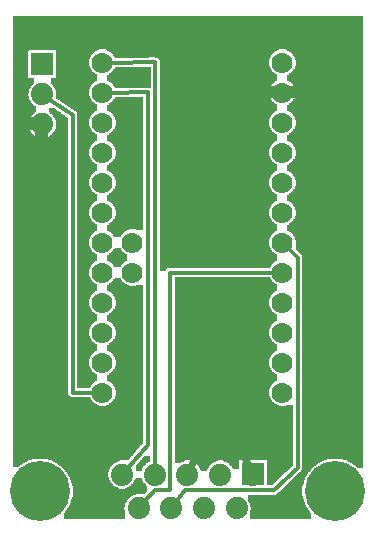
<source format=gtl>
G04 MADE WITH FRITZING*
G04 WWW.FRITZING.ORG*
G04 DOUBLE SIDED*
G04 HOLES PLATED*
G04 CONTOUR ON CENTER OF CONTOUR VECTOR*
%ASAXBY*%
%FSLAX23Y23*%
%MOIN*%
%OFA0B0*%
%SFA1.0B1.0*%
%ADD10C,0.075000*%
%ADD11C,0.074000*%
%ADD12C,0.200000*%
%ADD13C,0.070000*%
%ADD14C,0.012000*%
%ADD15C,0.024000*%
%ADD16R,0.001000X0.001000*%
%LNCOPPER1*%
G90*
G70*
G54D10*
X1023Y1633D03*
X420Y1311D03*
X655Y767D03*
G54D11*
X841Y188D03*
X732Y188D03*
X623Y188D03*
X514Y188D03*
X405Y188D03*
X787Y76D03*
X677Y76D03*
X569Y76D03*
X460Y76D03*
G54D12*
X1115Y132D03*
X131Y132D03*
G54D11*
X841Y188D03*
X732Y188D03*
X623Y188D03*
X514Y188D03*
X405Y188D03*
X787Y76D03*
X677Y76D03*
X569Y76D03*
X460Y76D03*
G54D12*
X1115Y132D03*
X131Y132D03*
G54D13*
X339Y761D03*
X939Y961D03*
X339Y1561D03*
X939Y1361D03*
X939Y561D03*
X339Y1161D03*
X939Y1561D03*
X939Y1161D03*
X939Y761D03*
X439Y961D03*
X339Y1361D03*
X339Y961D03*
X339Y561D03*
X939Y1461D03*
X939Y1261D03*
X939Y1061D03*
X939Y861D03*
X939Y661D03*
X939Y461D03*
X439Y861D03*
X339Y1461D03*
X339Y1261D03*
X339Y1061D03*
X339Y861D03*
X339Y661D03*
X339Y461D03*
G54D11*
X139Y1555D03*
X139Y1455D03*
X139Y1355D03*
X139Y1555D03*
X139Y1455D03*
X139Y1355D03*
G54D14*
X615Y137D02*
X913Y137D01*
D02*
X584Y96D02*
X615Y137D01*
D02*
X913Y137D02*
X990Y211D01*
D02*
X990Y910D02*
X957Y943D01*
D02*
X990Y211D02*
X990Y910D01*
D02*
X564Y137D02*
X564Y861D01*
D02*
X564Y861D02*
X914Y861D01*
D02*
X477Y95D02*
X515Y137D01*
D02*
X515Y137D02*
X564Y137D01*
D02*
X514Y213D02*
X515Y1562D01*
D02*
X515Y1562D02*
X365Y1561D01*
D02*
X490Y286D02*
X425Y211D01*
D02*
X365Y1461D02*
X490Y1462D01*
D02*
X490Y1462D02*
X490Y286D01*
D02*
X240Y1385D02*
X165Y1437D01*
D02*
X240Y461D02*
X240Y1385D01*
D02*
X308Y461D02*
X240Y461D01*
G54D15*
D02*
X664Y286D02*
X790Y286D01*
D02*
X790Y286D02*
X827Y215D01*
D02*
X635Y216D02*
X664Y286D01*
G36*
X40Y1715D02*
X40Y1605D01*
X950Y1605D01*
X950Y1603D01*
X956Y1603D01*
X956Y1601D01*
X960Y1601D01*
X960Y1599D01*
X962Y1599D01*
X962Y1597D01*
X966Y1597D01*
X966Y1595D01*
X968Y1595D01*
X968Y1593D01*
X970Y1593D01*
X970Y1591D01*
X972Y1591D01*
X972Y1589D01*
X974Y1589D01*
X974Y1587D01*
X976Y1587D01*
X976Y1583D01*
X978Y1583D01*
X978Y1581D01*
X980Y1581D01*
X980Y1577D01*
X982Y1577D01*
X982Y1571D01*
X984Y1571D01*
X984Y1551D01*
X982Y1551D01*
X982Y1545D01*
X980Y1545D01*
X980Y1541D01*
X978Y1541D01*
X978Y1539D01*
X976Y1539D01*
X976Y1535D01*
X974Y1535D01*
X974Y1533D01*
X972Y1533D01*
X972Y1531D01*
X970Y1531D01*
X970Y1529D01*
X968Y1529D01*
X968Y1527D01*
X966Y1527D01*
X966Y1525D01*
X962Y1525D01*
X962Y1523D01*
X960Y1523D01*
X960Y1521D01*
X956Y1521D01*
X956Y1501D01*
X960Y1501D01*
X960Y1499D01*
X962Y1499D01*
X962Y1497D01*
X966Y1497D01*
X966Y1495D01*
X968Y1495D01*
X968Y1493D01*
X970Y1493D01*
X970Y1491D01*
X972Y1491D01*
X972Y1489D01*
X974Y1489D01*
X974Y1487D01*
X976Y1487D01*
X976Y1483D01*
X978Y1483D01*
X978Y1481D01*
X980Y1481D01*
X980Y1477D01*
X982Y1477D01*
X982Y1471D01*
X984Y1471D01*
X984Y1451D01*
X982Y1451D01*
X982Y1445D01*
X980Y1445D01*
X980Y1441D01*
X978Y1441D01*
X978Y1439D01*
X976Y1439D01*
X976Y1435D01*
X974Y1435D01*
X974Y1433D01*
X972Y1433D01*
X972Y1431D01*
X970Y1431D01*
X970Y1429D01*
X968Y1429D01*
X968Y1427D01*
X966Y1427D01*
X966Y1425D01*
X962Y1425D01*
X962Y1423D01*
X960Y1423D01*
X960Y1421D01*
X956Y1421D01*
X956Y1401D01*
X960Y1401D01*
X960Y1399D01*
X962Y1399D01*
X962Y1397D01*
X966Y1397D01*
X966Y1395D01*
X968Y1395D01*
X968Y1393D01*
X970Y1393D01*
X970Y1391D01*
X972Y1391D01*
X972Y1389D01*
X974Y1389D01*
X974Y1387D01*
X976Y1387D01*
X976Y1383D01*
X978Y1383D01*
X978Y1381D01*
X980Y1381D01*
X980Y1377D01*
X982Y1377D01*
X982Y1371D01*
X984Y1371D01*
X984Y1351D01*
X982Y1351D01*
X982Y1345D01*
X980Y1345D01*
X980Y1341D01*
X978Y1341D01*
X978Y1339D01*
X976Y1339D01*
X976Y1335D01*
X974Y1335D01*
X974Y1333D01*
X972Y1333D01*
X972Y1331D01*
X970Y1331D01*
X970Y1329D01*
X968Y1329D01*
X968Y1327D01*
X966Y1327D01*
X966Y1325D01*
X962Y1325D01*
X962Y1323D01*
X960Y1323D01*
X960Y1321D01*
X956Y1321D01*
X956Y1301D01*
X960Y1301D01*
X960Y1299D01*
X962Y1299D01*
X962Y1297D01*
X966Y1297D01*
X966Y1295D01*
X968Y1295D01*
X968Y1293D01*
X970Y1293D01*
X970Y1291D01*
X972Y1291D01*
X972Y1289D01*
X974Y1289D01*
X974Y1287D01*
X976Y1287D01*
X976Y1283D01*
X978Y1283D01*
X978Y1281D01*
X980Y1281D01*
X980Y1277D01*
X982Y1277D01*
X982Y1271D01*
X984Y1271D01*
X984Y1251D01*
X982Y1251D01*
X982Y1245D01*
X980Y1245D01*
X980Y1241D01*
X978Y1241D01*
X978Y1239D01*
X976Y1239D01*
X976Y1235D01*
X974Y1235D01*
X974Y1233D01*
X972Y1233D01*
X972Y1231D01*
X970Y1231D01*
X970Y1229D01*
X968Y1229D01*
X968Y1227D01*
X966Y1227D01*
X966Y1225D01*
X962Y1225D01*
X962Y1223D01*
X960Y1223D01*
X960Y1221D01*
X956Y1221D01*
X956Y1201D01*
X960Y1201D01*
X960Y1199D01*
X962Y1199D01*
X962Y1197D01*
X966Y1197D01*
X966Y1195D01*
X968Y1195D01*
X968Y1193D01*
X970Y1193D01*
X970Y1191D01*
X972Y1191D01*
X972Y1189D01*
X974Y1189D01*
X974Y1187D01*
X976Y1187D01*
X976Y1183D01*
X978Y1183D01*
X978Y1181D01*
X980Y1181D01*
X980Y1177D01*
X982Y1177D01*
X982Y1171D01*
X984Y1171D01*
X984Y1151D01*
X982Y1151D01*
X982Y1145D01*
X980Y1145D01*
X980Y1141D01*
X978Y1141D01*
X978Y1139D01*
X976Y1139D01*
X976Y1135D01*
X974Y1135D01*
X974Y1133D01*
X972Y1133D01*
X972Y1131D01*
X970Y1131D01*
X970Y1129D01*
X968Y1129D01*
X968Y1127D01*
X966Y1127D01*
X966Y1125D01*
X962Y1125D01*
X962Y1123D01*
X960Y1123D01*
X960Y1121D01*
X956Y1121D01*
X956Y1101D01*
X960Y1101D01*
X960Y1099D01*
X962Y1099D01*
X962Y1097D01*
X966Y1097D01*
X966Y1095D01*
X968Y1095D01*
X968Y1093D01*
X970Y1093D01*
X970Y1091D01*
X972Y1091D01*
X972Y1089D01*
X974Y1089D01*
X974Y1087D01*
X976Y1087D01*
X976Y1083D01*
X978Y1083D01*
X978Y1081D01*
X980Y1081D01*
X980Y1077D01*
X982Y1077D01*
X982Y1071D01*
X984Y1071D01*
X984Y1051D01*
X982Y1051D01*
X982Y1045D01*
X980Y1045D01*
X980Y1041D01*
X978Y1041D01*
X978Y1039D01*
X976Y1039D01*
X976Y1035D01*
X974Y1035D01*
X974Y1033D01*
X972Y1033D01*
X972Y1031D01*
X970Y1031D01*
X970Y1029D01*
X968Y1029D01*
X968Y1027D01*
X966Y1027D01*
X966Y1025D01*
X962Y1025D01*
X962Y1023D01*
X960Y1023D01*
X960Y1021D01*
X956Y1021D01*
X956Y1001D01*
X960Y1001D01*
X960Y999D01*
X962Y999D01*
X962Y997D01*
X966Y997D01*
X966Y995D01*
X968Y995D01*
X968Y993D01*
X970Y993D01*
X970Y991D01*
X972Y991D01*
X972Y989D01*
X974Y989D01*
X974Y987D01*
X976Y987D01*
X976Y983D01*
X978Y983D01*
X978Y981D01*
X980Y981D01*
X980Y977D01*
X982Y977D01*
X982Y971D01*
X984Y971D01*
X984Y937D01*
X986Y937D01*
X986Y935D01*
X988Y935D01*
X988Y933D01*
X990Y933D01*
X990Y931D01*
X992Y931D01*
X992Y929D01*
X994Y929D01*
X994Y927D01*
X996Y927D01*
X996Y925D01*
X998Y925D01*
X998Y923D01*
X1000Y923D01*
X1000Y921D01*
X1002Y921D01*
X1002Y919D01*
X1004Y919D01*
X1004Y915D01*
X1006Y915D01*
X1006Y241D01*
X1134Y241D01*
X1134Y239D01*
X1142Y239D01*
X1142Y237D01*
X1148Y237D01*
X1148Y235D01*
X1154Y235D01*
X1154Y233D01*
X1158Y233D01*
X1158Y231D01*
X1162Y231D01*
X1162Y229D01*
X1166Y229D01*
X1166Y227D01*
X1168Y227D01*
X1168Y225D01*
X1172Y225D01*
X1172Y223D01*
X1176Y223D01*
X1176Y221D01*
X1178Y221D01*
X1178Y219D01*
X1180Y219D01*
X1180Y217D01*
X1184Y217D01*
X1184Y215D01*
X1186Y215D01*
X1186Y213D01*
X1188Y213D01*
X1188Y211D01*
X1208Y211D01*
X1208Y1715D01*
X40Y1715D01*
G37*
D02*
G36*
X40Y1605D02*
X40Y1603D01*
X186Y1603D01*
X186Y1509D01*
X168Y1509D01*
X168Y1489D01*
X170Y1489D01*
X170Y1487D01*
X172Y1487D01*
X172Y1485D01*
X174Y1485D01*
X174Y1483D01*
X176Y1483D01*
X176Y1481D01*
X178Y1481D01*
X178Y1477D01*
X180Y1477D01*
X180Y1475D01*
X182Y1475D01*
X182Y1471D01*
X184Y1471D01*
X184Y1465D01*
X186Y1465D01*
X186Y1441D01*
X190Y1441D01*
X190Y1439D01*
X192Y1439D01*
X192Y1437D01*
X194Y1437D01*
X194Y1435D01*
X198Y1435D01*
X198Y1433D01*
X200Y1433D01*
X200Y1431D01*
X204Y1431D01*
X204Y1429D01*
X206Y1429D01*
X206Y1427D01*
X210Y1427D01*
X210Y1425D01*
X212Y1425D01*
X212Y1423D01*
X216Y1423D01*
X216Y1421D01*
X218Y1421D01*
X218Y1419D01*
X222Y1419D01*
X222Y1417D01*
X224Y1417D01*
X224Y1415D01*
X226Y1415D01*
X226Y1413D01*
X230Y1413D01*
X230Y1411D01*
X232Y1411D01*
X232Y1409D01*
X236Y1409D01*
X236Y1407D01*
X238Y1407D01*
X238Y1405D01*
X242Y1405D01*
X242Y1403D01*
X244Y1403D01*
X244Y1401D01*
X248Y1401D01*
X248Y1399D01*
X250Y1399D01*
X250Y1397D01*
X252Y1397D01*
X252Y1395D01*
X254Y1395D01*
X254Y1391D01*
X256Y1391D01*
X256Y477D01*
X298Y477D01*
X298Y479D01*
X300Y479D01*
X300Y483D01*
X302Y483D01*
X302Y485D01*
X304Y485D01*
X304Y487D01*
X306Y487D01*
X306Y491D01*
X308Y491D01*
X308Y493D01*
X310Y493D01*
X310Y495D01*
X314Y495D01*
X314Y497D01*
X316Y497D01*
X316Y499D01*
X320Y499D01*
X320Y501D01*
X322Y501D01*
X322Y521D01*
X320Y521D01*
X320Y523D01*
X316Y523D01*
X316Y525D01*
X314Y525D01*
X314Y527D01*
X310Y527D01*
X310Y529D01*
X308Y529D01*
X308Y531D01*
X306Y531D01*
X306Y535D01*
X304Y535D01*
X304Y537D01*
X302Y537D01*
X302Y539D01*
X300Y539D01*
X300Y543D01*
X298Y543D01*
X298Y549D01*
X296Y549D01*
X296Y555D01*
X294Y555D01*
X294Y567D01*
X296Y567D01*
X296Y573D01*
X298Y573D01*
X298Y579D01*
X300Y579D01*
X300Y583D01*
X302Y583D01*
X302Y585D01*
X304Y585D01*
X304Y587D01*
X306Y587D01*
X306Y591D01*
X308Y591D01*
X308Y593D01*
X310Y593D01*
X310Y595D01*
X314Y595D01*
X314Y597D01*
X316Y597D01*
X316Y599D01*
X320Y599D01*
X320Y601D01*
X322Y601D01*
X322Y621D01*
X320Y621D01*
X320Y623D01*
X316Y623D01*
X316Y625D01*
X314Y625D01*
X314Y627D01*
X310Y627D01*
X310Y629D01*
X308Y629D01*
X308Y631D01*
X306Y631D01*
X306Y635D01*
X304Y635D01*
X304Y637D01*
X302Y637D01*
X302Y639D01*
X300Y639D01*
X300Y643D01*
X298Y643D01*
X298Y649D01*
X296Y649D01*
X296Y655D01*
X294Y655D01*
X294Y667D01*
X296Y667D01*
X296Y673D01*
X298Y673D01*
X298Y679D01*
X300Y679D01*
X300Y683D01*
X302Y683D01*
X302Y685D01*
X304Y685D01*
X304Y687D01*
X306Y687D01*
X306Y691D01*
X308Y691D01*
X308Y693D01*
X310Y693D01*
X310Y695D01*
X314Y695D01*
X314Y697D01*
X316Y697D01*
X316Y699D01*
X320Y699D01*
X320Y701D01*
X322Y701D01*
X322Y721D01*
X320Y721D01*
X320Y723D01*
X316Y723D01*
X316Y725D01*
X314Y725D01*
X314Y727D01*
X310Y727D01*
X310Y729D01*
X308Y729D01*
X308Y731D01*
X306Y731D01*
X306Y735D01*
X304Y735D01*
X304Y737D01*
X302Y737D01*
X302Y739D01*
X300Y739D01*
X300Y743D01*
X298Y743D01*
X298Y749D01*
X296Y749D01*
X296Y755D01*
X294Y755D01*
X294Y767D01*
X296Y767D01*
X296Y773D01*
X298Y773D01*
X298Y779D01*
X300Y779D01*
X300Y783D01*
X302Y783D01*
X302Y785D01*
X304Y785D01*
X304Y787D01*
X306Y787D01*
X306Y791D01*
X308Y791D01*
X308Y793D01*
X310Y793D01*
X310Y795D01*
X314Y795D01*
X314Y797D01*
X316Y797D01*
X316Y799D01*
X320Y799D01*
X320Y801D01*
X322Y801D01*
X322Y821D01*
X320Y821D01*
X320Y823D01*
X316Y823D01*
X316Y825D01*
X314Y825D01*
X314Y827D01*
X310Y827D01*
X310Y829D01*
X308Y829D01*
X308Y831D01*
X306Y831D01*
X306Y835D01*
X304Y835D01*
X304Y837D01*
X302Y837D01*
X302Y839D01*
X300Y839D01*
X300Y843D01*
X298Y843D01*
X298Y849D01*
X296Y849D01*
X296Y855D01*
X294Y855D01*
X294Y867D01*
X296Y867D01*
X296Y873D01*
X298Y873D01*
X298Y879D01*
X300Y879D01*
X300Y883D01*
X302Y883D01*
X302Y885D01*
X304Y885D01*
X304Y887D01*
X306Y887D01*
X306Y891D01*
X308Y891D01*
X308Y893D01*
X310Y893D01*
X310Y895D01*
X314Y895D01*
X314Y897D01*
X316Y897D01*
X316Y899D01*
X320Y899D01*
X320Y901D01*
X322Y901D01*
X322Y921D01*
X320Y921D01*
X320Y923D01*
X316Y923D01*
X316Y925D01*
X314Y925D01*
X314Y927D01*
X310Y927D01*
X310Y929D01*
X308Y929D01*
X308Y931D01*
X306Y931D01*
X306Y935D01*
X304Y935D01*
X304Y937D01*
X302Y937D01*
X302Y939D01*
X300Y939D01*
X300Y943D01*
X298Y943D01*
X298Y949D01*
X296Y949D01*
X296Y955D01*
X294Y955D01*
X294Y967D01*
X296Y967D01*
X296Y973D01*
X298Y973D01*
X298Y979D01*
X300Y979D01*
X300Y983D01*
X302Y983D01*
X302Y985D01*
X304Y985D01*
X304Y987D01*
X306Y987D01*
X306Y991D01*
X308Y991D01*
X308Y993D01*
X310Y993D01*
X310Y995D01*
X314Y995D01*
X314Y997D01*
X316Y997D01*
X316Y999D01*
X320Y999D01*
X320Y1001D01*
X322Y1001D01*
X322Y1021D01*
X320Y1021D01*
X320Y1023D01*
X316Y1023D01*
X316Y1025D01*
X314Y1025D01*
X314Y1027D01*
X310Y1027D01*
X310Y1029D01*
X308Y1029D01*
X308Y1031D01*
X306Y1031D01*
X306Y1035D01*
X304Y1035D01*
X304Y1037D01*
X302Y1037D01*
X302Y1039D01*
X300Y1039D01*
X300Y1043D01*
X298Y1043D01*
X298Y1049D01*
X296Y1049D01*
X296Y1055D01*
X294Y1055D01*
X294Y1067D01*
X296Y1067D01*
X296Y1073D01*
X298Y1073D01*
X298Y1079D01*
X300Y1079D01*
X300Y1083D01*
X302Y1083D01*
X302Y1085D01*
X304Y1085D01*
X304Y1087D01*
X306Y1087D01*
X306Y1091D01*
X308Y1091D01*
X308Y1093D01*
X310Y1093D01*
X310Y1095D01*
X314Y1095D01*
X314Y1097D01*
X316Y1097D01*
X316Y1099D01*
X320Y1099D01*
X320Y1101D01*
X322Y1101D01*
X322Y1121D01*
X320Y1121D01*
X320Y1123D01*
X316Y1123D01*
X316Y1125D01*
X314Y1125D01*
X314Y1127D01*
X310Y1127D01*
X310Y1129D01*
X308Y1129D01*
X308Y1131D01*
X306Y1131D01*
X306Y1135D01*
X304Y1135D01*
X304Y1137D01*
X302Y1137D01*
X302Y1139D01*
X300Y1139D01*
X300Y1143D01*
X298Y1143D01*
X298Y1149D01*
X296Y1149D01*
X296Y1155D01*
X294Y1155D01*
X294Y1167D01*
X296Y1167D01*
X296Y1173D01*
X298Y1173D01*
X298Y1179D01*
X300Y1179D01*
X300Y1183D01*
X302Y1183D01*
X302Y1185D01*
X304Y1185D01*
X304Y1187D01*
X306Y1187D01*
X306Y1191D01*
X308Y1191D01*
X308Y1193D01*
X310Y1193D01*
X310Y1195D01*
X314Y1195D01*
X314Y1197D01*
X316Y1197D01*
X316Y1199D01*
X320Y1199D01*
X320Y1201D01*
X322Y1201D01*
X322Y1221D01*
X320Y1221D01*
X320Y1223D01*
X316Y1223D01*
X316Y1225D01*
X314Y1225D01*
X314Y1227D01*
X310Y1227D01*
X310Y1229D01*
X308Y1229D01*
X308Y1231D01*
X306Y1231D01*
X306Y1235D01*
X304Y1235D01*
X304Y1237D01*
X302Y1237D01*
X302Y1239D01*
X300Y1239D01*
X300Y1243D01*
X298Y1243D01*
X298Y1249D01*
X296Y1249D01*
X296Y1255D01*
X294Y1255D01*
X294Y1267D01*
X296Y1267D01*
X296Y1273D01*
X298Y1273D01*
X298Y1279D01*
X300Y1279D01*
X300Y1283D01*
X302Y1283D01*
X302Y1285D01*
X304Y1285D01*
X304Y1287D01*
X306Y1287D01*
X306Y1291D01*
X308Y1291D01*
X308Y1293D01*
X310Y1293D01*
X310Y1295D01*
X314Y1295D01*
X314Y1297D01*
X316Y1297D01*
X316Y1299D01*
X320Y1299D01*
X320Y1301D01*
X322Y1301D01*
X322Y1321D01*
X320Y1321D01*
X320Y1323D01*
X316Y1323D01*
X316Y1325D01*
X314Y1325D01*
X314Y1327D01*
X310Y1327D01*
X310Y1329D01*
X308Y1329D01*
X308Y1331D01*
X306Y1331D01*
X306Y1335D01*
X304Y1335D01*
X304Y1337D01*
X302Y1337D01*
X302Y1339D01*
X300Y1339D01*
X300Y1343D01*
X298Y1343D01*
X298Y1349D01*
X296Y1349D01*
X296Y1355D01*
X294Y1355D01*
X294Y1367D01*
X296Y1367D01*
X296Y1373D01*
X298Y1373D01*
X298Y1379D01*
X300Y1379D01*
X300Y1383D01*
X302Y1383D01*
X302Y1385D01*
X304Y1385D01*
X304Y1387D01*
X306Y1387D01*
X306Y1391D01*
X308Y1391D01*
X308Y1393D01*
X310Y1393D01*
X310Y1395D01*
X314Y1395D01*
X314Y1397D01*
X316Y1397D01*
X316Y1399D01*
X320Y1399D01*
X320Y1401D01*
X322Y1401D01*
X322Y1421D01*
X320Y1421D01*
X320Y1423D01*
X316Y1423D01*
X316Y1425D01*
X314Y1425D01*
X314Y1427D01*
X310Y1427D01*
X310Y1429D01*
X308Y1429D01*
X308Y1431D01*
X306Y1431D01*
X306Y1435D01*
X304Y1435D01*
X304Y1437D01*
X302Y1437D01*
X302Y1439D01*
X300Y1439D01*
X300Y1443D01*
X298Y1443D01*
X298Y1449D01*
X296Y1449D01*
X296Y1455D01*
X294Y1455D01*
X294Y1467D01*
X296Y1467D01*
X296Y1473D01*
X298Y1473D01*
X298Y1479D01*
X300Y1479D01*
X300Y1483D01*
X302Y1483D01*
X302Y1485D01*
X304Y1485D01*
X304Y1487D01*
X306Y1487D01*
X306Y1491D01*
X308Y1491D01*
X308Y1493D01*
X310Y1493D01*
X310Y1495D01*
X314Y1495D01*
X314Y1497D01*
X316Y1497D01*
X316Y1499D01*
X320Y1499D01*
X320Y1501D01*
X322Y1501D01*
X322Y1521D01*
X320Y1521D01*
X320Y1523D01*
X316Y1523D01*
X316Y1525D01*
X314Y1525D01*
X314Y1527D01*
X310Y1527D01*
X310Y1529D01*
X308Y1529D01*
X308Y1531D01*
X306Y1531D01*
X306Y1535D01*
X304Y1535D01*
X304Y1537D01*
X302Y1537D01*
X302Y1539D01*
X300Y1539D01*
X300Y1543D01*
X298Y1543D01*
X298Y1549D01*
X296Y1549D01*
X296Y1555D01*
X294Y1555D01*
X294Y1567D01*
X296Y1567D01*
X296Y1573D01*
X298Y1573D01*
X298Y1579D01*
X300Y1579D01*
X300Y1583D01*
X302Y1583D01*
X302Y1585D01*
X304Y1585D01*
X304Y1587D01*
X306Y1587D01*
X306Y1591D01*
X308Y1591D01*
X308Y1593D01*
X310Y1593D01*
X310Y1595D01*
X314Y1595D01*
X314Y1597D01*
X316Y1597D01*
X316Y1599D01*
X320Y1599D01*
X320Y1601D01*
X322Y1601D01*
X322Y1603D01*
X328Y1603D01*
X328Y1605D01*
X40Y1605D01*
G37*
D02*
G36*
X350Y1605D02*
X350Y1603D01*
X356Y1603D01*
X356Y1601D01*
X360Y1601D01*
X360Y1599D01*
X362Y1599D01*
X362Y1597D01*
X366Y1597D01*
X366Y1595D01*
X368Y1595D01*
X368Y1593D01*
X370Y1593D01*
X370Y1591D01*
X372Y1591D01*
X372Y1589D01*
X374Y1589D01*
X374Y1587D01*
X376Y1587D01*
X376Y1583D01*
X378Y1583D01*
X378Y1581D01*
X380Y1581D01*
X380Y1579D01*
X516Y1579D01*
X516Y1577D01*
X522Y1577D01*
X522Y1575D01*
X526Y1575D01*
X526Y1573D01*
X528Y1573D01*
X528Y1569D01*
X530Y1569D01*
X530Y1563D01*
X532Y1563D01*
X532Y1403D01*
X530Y1403D01*
X530Y867D01*
X550Y867D01*
X550Y871D01*
X552Y871D01*
X552Y873D01*
X554Y873D01*
X554Y875D01*
X558Y875D01*
X558Y877D01*
X898Y877D01*
X898Y879D01*
X900Y879D01*
X900Y883D01*
X902Y883D01*
X902Y885D01*
X904Y885D01*
X904Y887D01*
X906Y887D01*
X906Y891D01*
X908Y891D01*
X908Y893D01*
X910Y893D01*
X910Y895D01*
X914Y895D01*
X914Y897D01*
X916Y897D01*
X916Y899D01*
X920Y899D01*
X920Y901D01*
X922Y901D01*
X922Y921D01*
X920Y921D01*
X920Y923D01*
X916Y923D01*
X916Y925D01*
X914Y925D01*
X914Y927D01*
X910Y927D01*
X910Y929D01*
X908Y929D01*
X908Y931D01*
X906Y931D01*
X906Y935D01*
X904Y935D01*
X904Y937D01*
X902Y937D01*
X902Y939D01*
X900Y939D01*
X900Y943D01*
X898Y943D01*
X898Y949D01*
X896Y949D01*
X896Y955D01*
X894Y955D01*
X894Y967D01*
X896Y967D01*
X896Y973D01*
X898Y973D01*
X898Y979D01*
X900Y979D01*
X900Y983D01*
X902Y983D01*
X902Y985D01*
X904Y985D01*
X904Y987D01*
X906Y987D01*
X906Y991D01*
X908Y991D01*
X908Y993D01*
X910Y993D01*
X910Y995D01*
X914Y995D01*
X914Y997D01*
X916Y997D01*
X916Y999D01*
X920Y999D01*
X920Y1001D01*
X922Y1001D01*
X922Y1021D01*
X920Y1021D01*
X920Y1023D01*
X916Y1023D01*
X916Y1025D01*
X914Y1025D01*
X914Y1027D01*
X910Y1027D01*
X910Y1029D01*
X908Y1029D01*
X908Y1031D01*
X906Y1031D01*
X906Y1035D01*
X904Y1035D01*
X904Y1037D01*
X902Y1037D01*
X902Y1039D01*
X900Y1039D01*
X900Y1043D01*
X898Y1043D01*
X898Y1049D01*
X896Y1049D01*
X896Y1055D01*
X894Y1055D01*
X894Y1067D01*
X896Y1067D01*
X896Y1073D01*
X898Y1073D01*
X898Y1079D01*
X900Y1079D01*
X900Y1083D01*
X902Y1083D01*
X902Y1085D01*
X904Y1085D01*
X904Y1087D01*
X906Y1087D01*
X906Y1091D01*
X908Y1091D01*
X908Y1093D01*
X910Y1093D01*
X910Y1095D01*
X914Y1095D01*
X914Y1097D01*
X916Y1097D01*
X916Y1099D01*
X920Y1099D01*
X920Y1101D01*
X922Y1101D01*
X922Y1121D01*
X920Y1121D01*
X920Y1123D01*
X916Y1123D01*
X916Y1125D01*
X914Y1125D01*
X914Y1127D01*
X910Y1127D01*
X910Y1129D01*
X908Y1129D01*
X908Y1131D01*
X906Y1131D01*
X906Y1135D01*
X904Y1135D01*
X904Y1137D01*
X902Y1137D01*
X902Y1139D01*
X900Y1139D01*
X900Y1143D01*
X898Y1143D01*
X898Y1149D01*
X896Y1149D01*
X896Y1155D01*
X894Y1155D01*
X894Y1167D01*
X896Y1167D01*
X896Y1173D01*
X898Y1173D01*
X898Y1179D01*
X900Y1179D01*
X900Y1183D01*
X902Y1183D01*
X902Y1185D01*
X904Y1185D01*
X904Y1187D01*
X906Y1187D01*
X906Y1191D01*
X908Y1191D01*
X908Y1193D01*
X910Y1193D01*
X910Y1195D01*
X914Y1195D01*
X914Y1197D01*
X916Y1197D01*
X916Y1199D01*
X920Y1199D01*
X920Y1201D01*
X922Y1201D01*
X922Y1221D01*
X920Y1221D01*
X920Y1223D01*
X916Y1223D01*
X916Y1225D01*
X914Y1225D01*
X914Y1227D01*
X910Y1227D01*
X910Y1229D01*
X908Y1229D01*
X908Y1231D01*
X906Y1231D01*
X906Y1235D01*
X904Y1235D01*
X904Y1237D01*
X902Y1237D01*
X902Y1239D01*
X900Y1239D01*
X900Y1243D01*
X898Y1243D01*
X898Y1249D01*
X896Y1249D01*
X896Y1255D01*
X894Y1255D01*
X894Y1267D01*
X896Y1267D01*
X896Y1273D01*
X898Y1273D01*
X898Y1279D01*
X900Y1279D01*
X900Y1283D01*
X902Y1283D01*
X902Y1285D01*
X904Y1285D01*
X904Y1287D01*
X906Y1287D01*
X906Y1291D01*
X908Y1291D01*
X908Y1293D01*
X910Y1293D01*
X910Y1295D01*
X914Y1295D01*
X914Y1297D01*
X916Y1297D01*
X916Y1299D01*
X920Y1299D01*
X920Y1301D01*
X922Y1301D01*
X922Y1321D01*
X920Y1321D01*
X920Y1323D01*
X916Y1323D01*
X916Y1325D01*
X914Y1325D01*
X914Y1327D01*
X910Y1327D01*
X910Y1329D01*
X908Y1329D01*
X908Y1331D01*
X906Y1331D01*
X906Y1335D01*
X904Y1335D01*
X904Y1337D01*
X902Y1337D01*
X902Y1339D01*
X900Y1339D01*
X900Y1343D01*
X898Y1343D01*
X898Y1349D01*
X896Y1349D01*
X896Y1355D01*
X894Y1355D01*
X894Y1367D01*
X896Y1367D01*
X896Y1373D01*
X898Y1373D01*
X898Y1379D01*
X900Y1379D01*
X900Y1383D01*
X902Y1383D01*
X902Y1385D01*
X904Y1385D01*
X904Y1387D01*
X906Y1387D01*
X906Y1391D01*
X908Y1391D01*
X908Y1393D01*
X910Y1393D01*
X910Y1395D01*
X914Y1395D01*
X914Y1397D01*
X916Y1397D01*
X916Y1399D01*
X920Y1399D01*
X920Y1401D01*
X922Y1401D01*
X922Y1421D01*
X920Y1421D01*
X920Y1423D01*
X916Y1423D01*
X916Y1425D01*
X914Y1425D01*
X914Y1427D01*
X910Y1427D01*
X910Y1429D01*
X908Y1429D01*
X908Y1431D01*
X906Y1431D01*
X906Y1435D01*
X904Y1435D01*
X904Y1437D01*
X902Y1437D01*
X902Y1439D01*
X900Y1439D01*
X900Y1443D01*
X898Y1443D01*
X898Y1449D01*
X896Y1449D01*
X896Y1455D01*
X894Y1455D01*
X894Y1467D01*
X896Y1467D01*
X896Y1473D01*
X898Y1473D01*
X898Y1479D01*
X900Y1479D01*
X900Y1483D01*
X902Y1483D01*
X902Y1485D01*
X904Y1485D01*
X904Y1487D01*
X906Y1487D01*
X906Y1491D01*
X908Y1491D01*
X908Y1493D01*
X910Y1493D01*
X910Y1495D01*
X914Y1495D01*
X914Y1497D01*
X916Y1497D01*
X916Y1499D01*
X920Y1499D01*
X920Y1501D01*
X922Y1501D01*
X922Y1521D01*
X920Y1521D01*
X920Y1523D01*
X916Y1523D01*
X916Y1525D01*
X914Y1525D01*
X914Y1527D01*
X910Y1527D01*
X910Y1529D01*
X908Y1529D01*
X908Y1531D01*
X906Y1531D01*
X906Y1535D01*
X904Y1535D01*
X904Y1537D01*
X902Y1537D01*
X902Y1539D01*
X900Y1539D01*
X900Y1543D01*
X898Y1543D01*
X898Y1549D01*
X896Y1549D01*
X896Y1555D01*
X894Y1555D01*
X894Y1567D01*
X896Y1567D01*
X896Y1573D01*
X898Y1573D01*
X898Y1579D01*
X900Y1579D01*
X900Y1583D01*
X902Y1583D01*
X902Y1585D01*
X904Y1585D01*
X904Y1587D01*
X906Y1587D01*
X906Y1591D01*
X908Y1591D01*
X908Y1593D01*
X910Y1593D01*
X910Y1595D01*
X914Y1595D01*
X914Y1597D01*
X916Y1597D01*
X916Y1599D01*
X920Y1599D01*
X920Y1601D01*
X922Y1601D01*
X922Y1603D01*
X928Y1603D01*
X928Y1605D01*
X350Y1605D01*
G37*
D02*
G36*
X40Y1603D02*
X40Y1309D01*
X128Y1309D01*
X128Y1311D01*
X122Y1311D01*
X122Y1313D01*
X118Y1313D01*
X118Y1315D01*
X116Y1315D01*
X116Y1317D01*
X112Y1317D01*
X112Y1319D01*
X110Y1319D01*
X110Y1321D01*
X108Y1321D01*
X108Y1323D01*
X106Y1323D01*
X106Y1325D01*
X104Y1325D01*
X104Y1327D01*
X102Y1327D01*
X102Y1331D01*
X100Y1331D01*
X100Y1333D01*
X98Y1333D01*
X98Y1337D01*
X96Y1337D01*
X96Y1341D01*
X94Y1341D01*
X94Y1349D01*
X92Y1349D01*
X92Y1361D01*
X94Y1361D01*
X94Y1369D01*
X96Y1369D01*
X96Y1373D01*
X98Y1373D01*
X98Y1377D01*
X100Y1377D01*
X100Y1379D01*
X102Y1379D01*
X102Y1383D01*
X104Y1383D01*
X104Y1385D01*
X106Y1385D01*
X106Y1387D01*
X108Y1387D01*
X108Y1389D01*
X110Y1389D01*
X110Y1391D01*
X112Y1391D01*
X112Y1393D01*
X116Y1393D01*
X116Y1395D01*
X118Y1395D01*
X118Y1415D01*
X116Y1415D01*
X116Y1417D01*
X112Y1417D01*
X112Y1419D01*
X110Y1419D01*
X110Y1421D01*
X108Y1421D01*
X108Y1423D01*
X106Y1423D01*
X106Y1425D01*
X104Y1425D01*
X104Y1427D01*
X102Y1427D01*
X102Y1431D01*
X100Y1431D01*
X100Y1433D01*
X98Y1433D01*
X98Y1437D01*
X96Y1437D01*
X96Y1441D01*
X94Y1441D01*
X94Y1449D01*
X92Y1449D01*
X92Y1461D01*
X94Y1461D01*
X94Y1469D01*
X96Y1469D01*
X96Y1473D01*
X98Y1473D01*
X98Y1477D01*
X100Y1477D01*
X100Y1479D01*
X102Y1479D01*
X102Y1483D01*
X104Y1483D01*
X104Y1485D01*
X106Y1485D01*
X106Y1487D01*
X108Y1487D01*
X108Y1489D01*
X110Y1489D01*
X110Y1509D01*
X92Y1509D01*
X92Y1601D01*
X94Y1601D01*
X94Y1603D01*
X40Y1603D01*
G37*
D02*
G36*
X380Y1579D02*
X380Y1577D01*
X494Y1577D01*
X494Y1579D01*
X380Y1579D01*
G37*
D02*
G36*
X160Y1409D02*
X160Y1395D01*
X164Y1395D01*
X164Y1393D01*
X166Y1393D01*
X166Y1391D01*
X168Y1391D01*
X168Y1389D01*
X170Y1389D01*
X170Y1387D01*
X172Y1387D01*
X172Y1385D01*
X174Y1385D01*
X174Y1383D01*
X176Y1383D01*
X176Y1381D01*
X178Y1381D01*
X178Y1377D01*
X180Y1377D01*
X180Y1375D01*
X182Y1375D01*
X182Y1371D01*
X184Y1371D01*
X184Y1365D01*
X186Y1365D01*
X186Y1345D01*
X184Y1345D01*
X184Y1339D01*
X182Y1339D01*
X182Y1335D01*
X180Y1335D01*
X180Y1333D01*
X178Y1333D01*
X178Y1329D01*
X176Y1329D01*
X176Y1327D01*
X174Y1327D01*
X174Y1325D01*
X172Y1325D01*
X172Y1323D01*
X170Y1323D01*
X170Y1321D01*
X168Y1321D01*
X168Y1319D01*
X166Y1319D01*
X166Y1317D01*
X164Y1317D01*
X164Y1315D01*
X160Y1315D01*
X160Y1313D01*
X156Y1313D01*
X156Y1311D01*
X150Y1311D01*
X150Y1309D01*
X224Y1309D01*
X224Y1377D01*
X222Y1377D01*
X222Y1379D01*
X220Y1379D01*
X220Y1381D01*
X216Y1381D01*
X216Y1383D01*
X214Y1383D01*
X214Y1385D01*
X212Y1385D01*
X212Y1387D01*
X208Y1387D01*
X208Y1389D01*
X206Y1389D01*
X206Y1391D01*
X202Y1391D01*
X202Y1393D01*
X200Y1393D01*
X200Y1395D01*
X196Y1395D01*
X196Y1397D01*
X194Y1397D01*
X194Y1399D01*
X190Y1399D01*
X190Y1401D01*
X188Y1401D01*
X188Y1403D01*
X184Y1403D01*
X184Y1405D01*
X182Y1405D01*
X182Y1407D01*
X180Y1407D01*
X180Y1409D01*
X160Y1409D01*
G37*
D02*
G36*
X40Y1309D02*
X40Y1307D01*
X224Y1307D01*
X224Y1309D01*
X40Y1309D01*
G37*
D02*
G36*
X40Y1309D02*
X40Y1307D01*
X224Y1307D01*
X224Y1309D01*
X40Y1309D01*
G37*
D02*
G36*
X40Y1307D02*
X40Y417D01*
X328Y417D01*
X328Y419D01*
X322Y419D01*
X322Y421D01*
X320Y421D01*
X320Y423D01*
X316Y423D01*
X316Y425D01*
X314Y425D01*
X314Y427D01*
X310Y427D01*
X310Y429D01*
X308Y429D01*
X308Y431D01*
X306Y431D01*
X306Y435D01*
X304Y435D01*
X304Y437D01*
X302Y437D01*
X302Y439D01*
X300Y439D01*
X300Y443D01*
X298Y443D01*
X298Y445D01*
X234Y445D01*
X234Y447D01*
X230Y447D01*
X230Y449D01*
X228Y449D01*
X228Y453D01*
X226Y453D01*
X226Y457D01*
X224Y457D01*
X224Y1307D01*
X40Y1307D01*
G37*
D02*
G36*
X380Y843D02*
X380Y841D01*
X378Y841D01*
X378Y839D01*
X376Y839D01*
X376Y835D01*
X374Y835D01*
X374Y833D01*
X372Y833D01*
X372Y831D01*
X370Y831D01*
X370Y829D01*
X368Y829D01*
X368Y827D01*
X366Y827D01*
X366Y825D01*
X362Y825D01*
X362Y823D01*
X360Y823D01*
X360Y821D01*
X356Y821D01*
X356Y817D01*
X428Y817D01*
X428Y819D01*
X422Y819D01*
X422Y821D01*
X420Y821D01*
X420Y823D01*
X416Y823D01*
X416Y825D01*
X414Y825D01*
X414Y827D01*
X410Y827D01*
X410Y829D01*
X408Y829D01*
X408Y831D01*
X406Y831D01*
X406Y835D01*
X404Y835D01*
X404Y837D01*
X402Y837D01*
X402Y839D01*
X400Y839D01*
X400Y843D01*
X380Y843D01*
G37*
D02*
G36*
X450Y819D02*
X450Y817D01*
X474Y817D01*
X474Y819D01*
X450Y819D01*
G37*
D02*
G36*
X356Y817D02*
X356Y815D01*
X474Y815D01*
X474Y817D01*
X356Y817D01*
G37*
D02*
G36*
X356Y817D02*
X356Y815D01*
X474Y815D01*
X474Y817D01*
X356Y817D01*
G37*
D02*
G36*
X356Y815D02*
X356Y801D01*
X360Y801D01*
X360Y799D01*
X362Y799D01*
X362Y797D01*
X366Y797D01*
X366Y795D01*
X368Y795D01*
X368Y793D01*
X370Y793D01*
X370Y791D01*
X372Y791D01*
X372Y789D01*
X374Y789D01*
X374Y787D01*
X376Y787D01*
X376Y783D01*
X378Y783D01*
X378Y781D01*
X380Y781D01*
X380Y777D01*
X382Y777D01*
X382Y771D01*
X384Y771D01*
X384Y751D01*
X382Y751D01*
X382Y745D01*
X380Y745D01*
X380Y741D01*
X378Y741D01*
X378Y739D01*
X376Y739D01*
X376Y735D01*
X374Y735D01*
X374Y733D01*
X372Y733D01*
X372Y731D01*
X370Y731D01*
X370Y729D01*
X368Y729D01*
X368Y727D01*
X366Y727D01*
X366Y725D01*
X362Y725D01*
X362Y723D01*
X360Y723D01*
X360Y721D01*
X356Y721D01*
X356Y701D01*
X360Y701D01*
X360Y699D01*
X362Y699D01*
X362Y697D01*
X366Y697D01*
X366Y695D01*
X368Y695D01*
X368Y693D01*
X370Y693D01*
X370Y691D01*
X372Y691D01*
X372Y689D01*
X374Y689D01*
X374Y687D01*
X376Y687D01*
X376Y683D01*
X378Y683D01*
X378Y681D01*
X380Y681D01*
X380Y677D01*
X382Y677D01*
X382Y671D01*
X384Y671D01*
X384Y651D01*
X382Y651D01*
X382Y645D01*
X380Y645D01*
X380Y641D01*
X378Y641D01*
X378Y639D01*
X376Y639D01*
X376Y635D01*
X374Y635D01*
X374Y633D01*
X372Y633D01*
X372Y631D01*
X370Y631D01*
X370Y629D01*
X368Y629D01*
X368Y627D01*
X366Y627D01*
X366Y625D01*
X362Y625D01*
X362Y623D01*
X360Y623D01*
X360Y621D01*
X356Y621D01*
X356Y601D01*
X360Y601D01*
X360Y599D01*
X362Y599D01*
X362Y597D01*
X366Y597D01*
X366Y595D01*
X368Y595D01*
X368Y593D01*
X370Y593D01*
X370Y591D01*
X372Y591D01*
X372Y589D01*
X374Y589D01*
X374Y587D01*
X376Y587D01*
X376Y583D01*
X378Y583D01*
X378Y581D01*
X380Y581D01*
X380Y577D01*
X382Y577D01*
X382Y571D01*
X384Y571D01*
X384Y551D01*
X382Y551D01*
X382Y545D01*
X380Y545D01*
X380Y541D01*
X378Y541D01*
X378Y539D01*
X376Y539D01*
X376Y535D01*
X374Y535D01*
X374Y533D01*
X372Y533D01*
X372Y531D01*
X370Y531D01*
X370Y529D01*
X368Y529D01*
X368Y527D01*
X366Y527D01*
X366Y525D01*
X362Y525D01*
X362Y523D01*
X360Y523D01*
X360Y521D01*
X356Y521D01*
X356Y501D01*
X360Y501D01*
X360Y499D01*
X362Y499D01*
X362Y497D01*
X366Y497D01*
X366Y495D01*
X368Y495D01*
X368Y493D01*
X370Y493D01*
X370Y491D01*
X372Y491D01*
X372Y489D01*
X374Y489D01*
X374Y487D01*
X376Y487D01*
X376Y483D01*
X378Y483D01*
X378Y481D01*
X380Y481D01*
X380Y477D01*
X382Y477D01*
X382Y471D01*
X384Y471D01*
X384Y451D01*
X382Y451D01*
X382Y445D01*
X380Y445D01*
X380Y441D01*
X378Y441D01*
X378Y439D01*
X376Y439D01*
X376Y435D01*
X374Y435D01*
X374Y433D01*
X372Y433D01*
X372Y431D01*
X370Y431D01*
X370Y429D01*
X368Y429D01*
X368Y427D01*
X366Y427D01*
X366Y425D01*
X362Y425D01*
X362Y423D01*
X360Y423D01*
X360Y421D01*
X356Y421D01*
X356Y419D01*
X350Y419D01*
X350Y417D01*
X474Y417D01*
X474Y815D01*
X356Y815D01*
G37*
D02*
G36*
X40Y417D02*
X40Y415D01*
X474Y415D01*
X474Y417D01*
X40Y417D01*
G37*
D02*
G36*
X40Y417D02*
X40Y415D01*
X474Y415D01*
X474Y417D01*
X40Y417D01*
G37*
D02*
G36*
X40Y415D02*
X40Y241D01*
X150Y241D01*
X150Y239D01*
X158Y239D01*
X158Y237D01*
X164Y237D01*
X164Y235D01*
X170Y235D01*
X170Y233D01*
X174Y233D01*
X174Y231D01*
X178Y231D01*
X178Y229D01*
X182Y229D01*
X182Y227D01*
X184Y227D01*
X184Y225D01*
X188Y225D01*
X188Y223D01*
X190Y223D01*
X190Y221D01*
X194Y221D01*
X194Y219D01*
X196Y219D01*
X196Y217D01*
X198Y217D01*
X198Y215D01*
X202Y215D01*
X202Y213D01*
X204Y213D01*
X204Y211D01*
X206Y211D01*
X206Y209D01*
X208Y209D01*
X208Y207D01*
X210Y207D01*
X210Y205D01*
X212Y205D01*
X212Y203D01*
X214Y203D01*
X214Y199D01*
X216Y199D01*
X216Y197D01*
X218Y197D01*
X218Y195D01*
X220Y195D01*
X220Y191D01*
X222Y191D01*
X222Y189D01*
X224Y189D01*
X224Y185D01*
X226Y185D01*
X226Y183D01*
X228Y183D01*
X228Y179D01*
X230Y179D01*
X230Y175D01*
X232Y175D01*
X232Y171D01*
X234Y171D01*
X234Y165D01*
X236Y165D01*
X236Y159D01*
X238Y159D01*
X238Y151D01*
X240Y151D01*
X240Y141D01*
X396Y141D01*
X396Y143D01*
X390Y143D01*
X390Y145D01*
X386Y145D01*
X386Y147D01*
X382Y147D01*
X382Y149D01*
X380Y149D01*
X380Y151D01*
X376Y151D01*
X376Y153D01*
X374Y153D01*
X374Y155D01*
X372Y155D01*
X372Y157D01*
X370Y157D01*
X370Y159D01*
X368Y159D01*
X368Y163D01*
X366Y163D01*
X366Y165D01*
X364Y165D01*
X364Y169D01*
X362Y169D01*
X362Y173D01*
X360Y173D01*
X360Y179D01*
X358Y179D01*
X358Y197D01*
X360Y197D01*
X360Y203D01*
X362Y203D01*
X362Y207D01*
X364Y207D01*
X364Y211D01*
X366Y211D01*
X366Y213D01*
X368Y213D01*
X368Y215D01*
X370Y215D01*
X370Y219D01*
X372Y219D01*
X372Y221D01*
X374Y221D01*
X374Y223D01*
X378Y223D01*
X378Y225D01*
X380Y225D01*
X380Y227D01*
X384Y227D01*
X384Y229D01*
X386Y229D01*
X386Y231D01*
X392Y231D01*
X392Y233D01*
X398Y233D01*
X398Y235D01*
X426Y235D01*
X426Y237D01*
X428Y237D01*
X428Y241D01*
X430Y241D01*
X430Y243D01*
X432Y243D01*
X432Y245D01*
X434Y245D01*
X434Y247D01*
X436Y247D01*
X436Y249D01*
X438Y249D01*
X438Y251D01*
X440Y251D01*
X440Y255D01*
X442Y255D01*
X442Y257D01*
X444Y257D01*
X444Y259D01*
X446Y259D01*
X446Y261D01*
X448Y261D01*
X448Y263D01*
X450Y263D01*
X450Y265D01*
X452Y265D01*
X452Y269D01*
X454Y269D01*
X454Y271D01*
X456Y271D01*
X456Y273D01*
X458Y273D01*
X458Y275D01*
X460Y275D01*
X460Y277D01*
X462Y277D01*
X462Y279D01*
X464Y279D01*
X464Y283D01*
X466Y283D01*
X466Y285D01*
X468Y285D01*
X468Y287D01*
X470Y287D01*
X470Y289D01*
X472Y289D01*
X472Y291D01*
X474Y291D01*
X474Y415D01*
X40Y415D01*
G37*
D02*
G36*
X40Y241D02*
X40Y213D01*
X60Y213D01*
X60Y215D01*
X64Y215D01*
X64Y217D01*
X66Y217D01*
X66Y219D01*
X68Y219D01*
X68Y221D01*
X72Y221D01*
X72Y223D01*
X74Y223D01*
X74Y225D01*
X78Y225D01*
X78Y227D01*
X80Y227D01*
X80Y229D01*
X84Y229D01*
X84Y231D01*
X88Y231D01*
X88Y233D01*
X92Y233D01*
X92Y235D01*
X98Y235D01*
X98Y237D01*
X104Y237D01*
X104Y239D01*
X112Y239D01*
X112Y241D01*
X40Y241D01*
G37*
D02*
G36*
X1006Y241D02*
X1006Y205D01*
X1004Y205D01*
X1004Y203D01*
X1002Y203D01*
X1002Y199D01*
X1000Y199D01*
X1000Y197D01*
X996Y197D01*
X996Y195D01*
X994Y195D01*
X994Y193D01*
X992Y193D01*
X992Y191D01*
X990Y191D01*
X990Y189D01*
X988Y189D01*
X988Y187D01*
X986Y187D01*
X986Y185D01*
X984Y185D01*
X984Y183D01*
X982Y183D01*
X982Y181D01*
X980Y181D01*
X980Y179D01*
X978Y179D01*
X978Y177D01*
X976Y177D01*
X976Y175D01*
X974Y175D01*
X974Y173D01*
X972Y173D01*
X972Y171D01*
X970Y171D01*
X970Y169D01*
X968Y169D01*
X968Y167D01*
X966Y167D01*
X966Y165D01*
X964Y165D01*
X964Y163D01*
X962Y163D01*
X962Y161D01*
X960Y161D01*
X960Y159D01*
X958Y159D01*
X958Y157D01*
X956Y157D01*
X956Y155D01*
X954Y155D01*
X954Y153D01*
X952Y153D01*
X952Y151D01*
X950Y151D01*
X950Y149D01*
X948Y149D01*
X948Y147D01*
X946Y147D01*
X946Y145D01*
X944Y145D01*
X944Y143D01*
X942Y143D01*
X942Y141D01*
X940Y141D01*
X940Y139D01*
X938Y139D01*
X938Y137D01*
X936Y137D01*
X936Y135D01*
X934Y135D01*
X934Y133D01*
X930Y133D01*
X930Y131D01*
X928Y131D01*
X928Y129D01*
X926Y129D01*
X926Y127D01*
X924Y127D01*
X924Y125D01*
X922Y125D01*
X922Y123D01*
X918Y123D01*
X918Y121D01*
X824Y121D01*
X824Y101D01*
X826Y101D01*
X826Y97D01*
X828Y97D01*
X828Y93D01*
X830Y93D01*
X830Y89D01*
X832Y89D01*
X832Y81D01*
X834Y81D01*
X834Y71D01*
X832Y71D01*
X832Y63D01*
X830Y63D01*
X830Y41D01*
X1034Y41D01*
X1034Y61D01*
X1032Y61D01*
X1032Y65D01*
X1030Y65D01*
X1030Y67D01*
X1028Y67D01*
X1028Y69D01*
X1026Y69D01*
X1026Y73D01*
X1024Y73D01*
X1024Y75D01*
X1022Y75D01*
X1022Y79D01*
X1020Y79D01*
X1020Y81D01*
X1018Y81D01*
X1018Y85D01*
X1016Y85D01*
X1016Y89D01*
X1014Y89D01*
X1014Y95D01*
X1012Y95D01*
X1012Y99D01*
X1010Y99D01*
X1010Y105D01*
X1008Y105D01*
X1008Y115D01*
X1006Y115D01*
X1006Y149D01*
X1008Y149D01*
X1008Y157D01*
X1010Y157D01*
X1010Y165D01*
X1012Y165D01*
X1012Y169D01*
X1014Y169D01*
X1014Y175D01*
X1016Y175D01*
X1016Y179D01*
X1018Y179D01*
X1018Y183D01*
X1020Y183D01*
X1020Y185D01*
X1022Y185D01*
X1022Y189D01*
X1024Y189D01*
X1024Y191D01*
X1026Y191D01*
X1026Y195D01*
X1028Y195D01*
X1028Y197D01*
X1030Y197D01*
X1030Y199D01*
X1032Y199D01*
X1032Y201D01*
X1034Y201D01*
X1034Y205D01*
X1036Y205D01*
X1036Y207D01*
X1038Y207D01*
X1038Y209D01*
X1040Y209D01*
X1040Y211D01*
X1042Y211D01*
X1042Y213D01*
X1046Y213D01*
X1046Y215D01*
X1048Y215D01*
X1048Y217D01*
X1050Y217D01*
X1050Y219D01*
X1052Y219D01*
X1052Y221D01*
X1056Y221D01*
X1056Y223D01*
X1058Y223D01*
X1058Y225D01*
X1062Y225D01*
X1062Y227D01*
X1064Y227D01*
X1064Y229D01*
X1068Y229D01*
X1068Y231D01*
X1072Y231D01*
X1072Y233D01*
X1078Y233D01*
X1078Y235D01*
X1082Y235D01*
X1082Y237D01*
X1088Y237D01*
X1088Y239D01*
X1096Y239D01*
X1096Y241D01*
X1006Y241D01*
G37*
D02*
G36*
X450Y177D02*
X450Y173D01*
X448Y173D01*
X448Y169D01*
X446Y169D01*
X446Y165D01*
X444Y165D01*
X444Y163D01*
X442Y163D01*
X442Y159D01*
X440Y159D01*
X440Y157D01*
X438Y157D01*
X438Y155D01*
X436Y155D01*
X436Y153D01*
X434Y153D01*
X434Y151D01*
X430Y151D01*
X430Y149D01*
X428Y149D01*
X428Y147D01*
X424Y147D01*
X424Y145D01*
X420Y145D01*
X420Y143D01*
X414Y143D01*
X414Y141D01*
X488Y141D01*
X488Y151D01*
X486Y151D01*
X486Y153D01*
X484Y153D01*
X484Y155D01*
X482Y155D01*
X482Y157D01*
X480Y157D01*
X480Y159D01*
X478Y159D01*
X478Y161D01*
X476Y161D01*
X476Y163D01*
X474Y163D01*
X474Y167D01*
X472Y167D01*
X472Y171D01*
X470Y171D01*
X470Y177D01*
X450Y177D01*
G37*
D02*
G36*
X240Y141D02*
X240Y139D01*
X488Y139D01*
X488Y141D01*
X240Y141D01*
G37*
D02*
G36*
X240Y141D02*
X240Y139D01*
X488Y139D01*
X488Y141D01*
X240Y141D01*
G37*
D02*
G36*
X240Y139D02*
X240Y113D01*
X238Y113D01*
X238Y105D01*
X236Y105D01*
X236Y99D01*
X234Y99D01*
X234Y93D01*
X232Y93D01*
X232Y89D01*
X230Y89D01*
X230Y85D01*
X228Y85D01*
X228Y81D01*
X226Y81D01*
X226Y79D01*
X224Y79D01*
X224Y75D01*
X222Y75D01*
X222Y71D01*
X220Y71D01*
X220Y69D01*
X218Y69D01*
X218Y67D01*
X216Y67D01*
X216Y65D01*
X214Y65D01*
X214Y61D01*
X212Y61D01*
X212Y41D01*
X416Y41D01*
X416Y63D01*
X414Y63D01*
X414Y71D01*
X412Y71D01*
X412Y81D01*
X414Y81D01*
X414Y89D01*
X416Y89D01*
X416Y93D01*
X418Y93D01*
X418Y97D01*
X420Y97D01*
X420Y101D01*
X422Y101D01*
X422Y103D01*
X424Y103D01*
X424Y105D01*
X426Y105D01*
X426Y107D01*
X428Y107D01*
X428Y109D01*
X430Y109D01*
X430Y111D01*
X432Y111D01*
X432Y113D01*
X434Y113D01*
X434Y115D01*
X438Y115D01*
X438Y117D01*
X440Y117D01*
X440Y119D01*
X446Y119D01*
X446Y121D01*
X452Y121D01*
X452Y123D01*
X482Y123D01*
X482Y125D01*
X484Y125D01*
X484Y127D01*
X486Y127D01*
X486Y129D01*
X488Y129D01*
X488Y139D01*
X240Y139D01*
G37*
D02*
G36*
X380Y1545D02*
X380Y1541D01*
X378Y1541D01*
X378Y1539D01*
X376Y1539D01*
X376Y1535D01*
X374Y1535D01*
X374Y1533D01*
X372Y1533D01*
X372Y1531D01*
X370Y1531D01*
X370Y1529D01*
X368Y1529D01*
X368Y1527D01*
X366Y1527D01*
X366Y1525D01*
X362Y1525D01*
X362Y1523D01*
X360Y1523D01*
X360Y1521D01*
X356Y1521D01*
X356Y1501D01*
X360Y1501D01*
X360Y1499D01*
X362Y1499D01*
X362Y1497D01*
X366Y1497D01*
X366Y1495D01*
X368Y1495D01*
X368Y1493D01*
X370Y1493D01*
X370Y1491D01*
X372Y1491D01*
X372Y1489D01*
X374Y1489D01*
X374Y1487D01*
X376Y1487D01*
X376Y1483D01*
X378Y1483D01*
X378Y1481D01*
X380Y1481D01*
X380Y1477D01*
X500Y1477D01*
X500Y1545D01*
X380Y1545D01*
G37*
D02*
G36*
X380Y1445D02*
X380Y1441D01*
X378Y1441D01*
X378Y1439D01*
X376Y1439D01*
X376Y1435D01*
X374Y1435D01*
X374Y1433D01*
X372Y1433D01*
X372Y1431D01*
X370Y1431D01*
X370Y1429D01*
X368Y1429D01*
X368Y1427D01*
X366Y1427D01*
X366Y1425D01*
X362Y1425D01*
X362Y1423D01*
X360Y1423D01*
X360Y1421D01*
X356Y1421D01*
X356Y1401D01*
X360Y1401D01*
X360Y1399D01*
X362Y1399D01*
X362Y1397D01*
X366Y1397D01*
X366Y1395D01*
X368Y1395D01*
X368Y1393D01*
X370Y1393D01*
X370Y1391D01*
X372Y1391D01*
X372Y1389D01*
X374Y1389D01*
X374Y1387D01*
X376Y1387D01*
X376Y1383D01*
X378Y1383D01*
X378Y1381D01*
X380Y1381D01*
X380Y1377D01*
X382Y1377D01*
X382Y1371D01*
X384Y1371D01*
X384Y1351D01*
X382Y1351D01*
X382Y1345D01*
X380Y1345D01*
X380Y1341D01*
X378Y1341D01*
X378Y1339D01*
X376Y1339D01*
X376Y1335D01*
X374Y1335D01*
X374Y1333D01*
X372Y1333D01*
X372Y1331D01*
X370Y1331D01*
X370Y1329D01*
X368Y1329D01*
X368Y1327D01*
X366Y1327D01*
X366Y1325D01*
X362Y1325D01*
X362Y1323D01*
X360Y1323D01*
X360Y1321D01*
X356Y1321D01*
X356Y1301D01*
X360Y1301D01*
X360Y1299D01*
X362Y1299D01*
X362Y1297D01*
X366Y1297D01*
X366Y1295D01*
X368Y1295D01*
X368Y1293D01*
X370Y1293D01*
X370Y1291D01*
X372Y1291D01*
X372Y1289D01*
X374Y1289D01*
X374Y1287D01*
X376Y1287D01*
X376Y1283D01*
X378Y1283D01*
X378Y1281D01*
X380Y1281D01*
X380Y1277D01*
X382Y1277D01*
X382Y1271D01*
X384Y1271D01*
X384Y1251D01*
X382Y1251D01*
X382Y1245D01*
X380Y1245D01*
X380Y1241D01*
X378Y1241D01*
X378Y1239D01*
X376Y1239D01*
X376Y1235D01*
X374Y1235D01*
X374Y1233D01*
X372Y1233D01*
X372Y1231D01*
X370Y1231D01*
X370Y1229D01*
X368Y1229D01*
X368Y1227D01*
X366Y1227D01*
X366Y1225D01*
X362Y1225D01*
X362Y1223D01*
X360Y1223D01*
X360Y1221D01*
X356Y1221D01*
X356Y1201D01*
X360Y1201D01*
X360Y1199D01*
X362Y1199D01*
X362Y1197D01*
X366Y1197D01*
X366Y1195D01*
X368Y1195D01*
X368Y1193D01*
X370Y1193D01*
X370Y1191D01*
X372Y1191D01*
X372Y1189D01*
X374Y1189D01*
X374Y1187D01*
X376Y1187D01*
X376Y1183D01*
X378Y1183D01*
X378Y1181D01*
X380Y1181D01*
X380Y1177D01*
X382Y1177D01*
X382Y1171D01*
X384Y1171D01*
X384Y1151D01*
X382Y1151D01*
X382Y1145D01*
X380Y1145D01*
X380Y1141D01*
X378Y1141D01*
X378Y1139D01*
X376Y1139D01*
X376Y1135D01*
X374Y1135D01*
X374Y1133D01*
X372Y1133D01*
X372Y1131D01*
X370Y1131D01*
X370Y1129D01*
X368Y1129D01*
X368Y1127D01*
X366Y1127D01*
X366Y1125D01*
X362Y1125D01*
X362Y1123D01*
X360Y1123D01*
X360Y1121D01*
X356Y1121D01*
X356Y1101D01*
X360Y1101D01*
X360Y1099D01*
X362Y1099D01*
X362Y1097D01*
X366Y1097D01*
X366Y1095D01*
X368Y1095D01*
X368Y1093D01*
X370Y1093D01*
X370Y1091D01*
X372Y1091D01*
X372Y1089D01*
X374Y1089D01*
X374Y1087D01*
X376Y1087D01*
X376Y1083D01*
X378Y1083D01*
X378Y1081D01*
X380Y1081D01*
X380Y1077D01*
X382Y1077D01*
X382Y1071D01*
X384Y1071D01*
X384Y1051D01*
X382Y1051D01*
X382Y1045D01*
X380Y1045D01*
X380Y1041D01*
X378Y1041D01*
X378Y1039D01*
X376Y1039D01*
X376Y1035D01*
X374Y1035D01*
X374Y1033D01*
X372Y1033D01*
X372Y1031D01*
X370Y1031D01*
X370Y1029D01*
X368Y1029D01*
X368Y1027D01*
X366Y1027D01*
X366Y1025D01*
X362Y1025D01*
X362Y1023D01*
X360Y1023D01*
X360Y1021D01*
X356Y1021D01*
X356Y1007D01*
X440Y1007D01*
X440Y1005D01*
X450Y1005D01*
X450Y1003D01*
X474Y1003D01*
X474Y1445D01*
X380Y1445D01*
G37*
D02*
G36*
X356Y1007D02*
X356Y1001D01*
X360Y1001D01*
X360Y999D01*
X362Y999D01*
X362Y997D01*
X366Y997D01*
X366Y995D01*
X368Y995D01*
X368Y993D01*
X370Y993D01*
X370Y991D01*
X372Y991D01*
X372Y989D01*
X374Y989D01*
X374Y987D01*
X376Y987D01*
X376Y983D01*
X378Y983D01*
X378Y981D01*
X380Y981D01*
X380Y979D01*
X400Y979D01*
X400Y983D01*
X402Y983D01*
X402Y985D01*
X404Y985D01*
X404Y987D01*
X406Y987D01*
X406Y991D01*
X408Y991D01*
X408Y993D01*
X410Y993D01*
X410Y995D01*
X414Y995D01*
X414Y997D01*
X416Y997D01*
X416Y999D01*
X420Y999D01*
X420Y1001D01*
X422Y1001D01*
X422Y1003D01*
X428Y1003D01*
X428Y1005D01*
X438Y1005D01*
X438Y1007D01*
X356Y1007D01*
G37*
D02*
G36*
X380Y943D02*
X380Y941D01*
X378Y941D01*
X378Y939D01*
X376Y939D01*
X376Y935D01*
X374Y935D01*
X374Y933D01*
X372Y933D01*
X372Y931D01*
X370Y931D01*
X370Y929D01*
X368Y929D01*
X368Y927D01*
X366Y927D01*
X366Y925D01*
X362Y925D01*
X362Y923D01*
X360Y923D01*
X360Y921D01*
X356Y921D01*
X356Y901D01*
X360Y901D01*
X360Y899D01*
X362Y899D01*
X362Y897D01*
X366Y897D01*
X366Y895D01*
X368Y895D01*
X368Y893D01*
X370Y893D01*
X370Y891D01*
X372Y891D01*
X372Y889D01*
X374Y889D01*
X374Y887D01*
X376Y887D01*
X376Y883D01*
X378Y883D01*
X378Y881D01*
X380Y881D01*
X380Y879D01*
X400Y879D01*
X400Y883D01*
X402Y883D01*
X402Y885D01*
X404Y885D01*
X404Y887D01*
X406Y887D01*
X406Y891D01*
X408Y891D01*
X408Y893D01*
X410Y893D01*
X410Y895D01*
X414Y895D01*
X414Y897D01*
X416Y897D01*
X416Y899D01*
X420Y899D01*
X420Y901D01*
X422Y901D01*
X422Y921D01*
X420Y921D01*
X420Y923D01*
X416Y923D01*
X416Y925D01*
X414Y925D01*
X414Y927D01*
X410Y927D01*
X410Y929D01*
X408Y929D01*
X408Y931D01*
X406Y931D01*
X406Y935D01*
X404Y935D01*
X404Y937D01*
X402Y937D01*
X402Y939D01*
X400Y939D01*
X400Y943D01*
X380Y943D01*
G37*
D02*
G36*
X580Y845D02*
X580Y417D01*
X928Y417D01*
X928Y419D01*
X922Y419D01*
X922Y421D01*
X920Y421D01*
X920Y423D01*
X916Y423D01*
X916Y425D01*
X914Y425D01*
X914Y427D01*
X910Y427D01*
X910Y429D01*
X908Y429D01*
X908Y431D01*
X906Y431D01*
X906Y435D01*
X904Y435D01*
X904Y437D01*
X902Y437D01*
X902Y439D01*
X900Y439D01*
X900Y443D01*
X898Y443D01*
X898Y449D01*
X896Y449D01*
X896Y455D01*
X894Y455D01*
X894Y467D01*
X896Y467D01*
X896Y473D01*
X898Y473D01*
X898Y479D01*
X900Y479D01*
X900Y483D01*
X902Y483D01*
X902Y485D01*
X904Y485D01*
X904Y487D01*
X906Y487D01*
X906Y491D01*
X908Y491D01*
X908Y493D01*
X910Y493D01*
X910Y495D01*
X914Y495D01*
X914Y497D01*
X916Y497D01*
X916Y499D01*
X920Y499D01*
X920Y501D01*
X922Y501D01*
X922Y521D01*
X920Y521D01*
X920Y523D01*
X916Y523D01*
X916Y525D01*
X914Y525D01*
X914Y527D01*
X910Y527D01*
X910Y529D01*
X908Y529D01*
X908Y531D01*
X906Y531D01*
X906Y535D01*
X904Y535D01*
X904Y537D01*
X902Y537D01*
X902Y539D01*
X900Y539D01*
X900Y543D01*
X898Y543D01*
X898Y549D01*
X896Y549D01*
X896Y555D01*
X894Y555D01*
X894Y567D01*
X896Y567D01*
X896Y573D01*
X898Y573D01*
X898Y579D01*
X900Y579D01*
X900Y583D01*
X902Y583D01*
X902Y585D01*
X904Y585D01*
X904Y587D01*
X906Y587D01*
X906Y591D01*
X908Y591D01*
X908Y593D01*
X910Y593D01*
X910Y595D01*
X914Y595D01*
X914Y597D01*
X916Y597D01*
X916Y599D01*
X920Y599D01*
X920Y601D01*
X922Y601D01*
X922Y621D01*
X920Y621D01*
X920Y623D01*
X916Y623D01*
X916Y625D01*
X914Y625D01*
X914Y627D01*
X910Y627D01*
X910Y629D01*
X908Y629D01*
X908Y631D01*
X906Y631D01*
X906Y635D01*
X904Y635D01*
X904Y637D01*
X902Y637D01*
X902Y639D01*
X900Y639D01*
X900Y643D01*
X898Y643D01*
X898Y649D01*
X896Y649D01*
X896Y655D01*
X894Y655D01*
X894Y667D01*
X896Y667D01*
X896Y673D01*
X898Y673D01*
X898Y679D01*
X900Y679D01*
X900Y683D01*
X902Y683D01*
X902Y685D01*
X904Y685D01*
X904Y687D01*
X906Y687D01*
X906Y691D01*
X908Y691D01*
X908Y693D01*
X910Y693D01*
X910Y695D01*
X914Y695D01*
X914Y697D01*
X916Y697D01*
X916Y699D01*
X920Y699D01*
X920Y701D01*
X922Y701D01*
X922Y721D01*
X920Y721D01*
X920Y723D01*
X916Y723D01*
X916Y725D01*
X914Y725D01*
X914Y727D01*
X910Y727D01*
X910Y729D01*
X908Y729D01*
X908Y731D01*
X906Y731D01*
X906Y735D01*
X904Y735D01*
X904Y737D01*
X902Y737D01*
X902Y739D01*
X900Y739D01*
X900Y743D01*
X898Y743D01*
X898Y749D01*
X896Y749D01*
X896Y755D01*
X894Y755D01*
X894Y767D01*
X896Y767D01*
X896Y773D01*
X898Y773D01*
X898Y779D01*
X900Y779D01*
X900Y783D01*
X902Y783D01*
X902Y785D01*
X904Y785D01*
X904Y787D01*
X906Y787D01*
X906Y791D01*
X908Y791D01*
X908Y793D01*
X910Y793D01*
X910Y795D01*
X914Y795D01*
X914Y797D01*
X916Y797D01*
X916Y799D01*
X920Y799D01*
X920Y801D01*
X922Y801D01*
X922Y821D01*
X920Y821D01*
X920Y823D01*
X916Y823D01*
X916Y825D01*
X914Y825D01*
X914Y827D01*
X910Y827D01*
X910Y829D01*
X908Y829D01*
X908Y831D01*
X906Y831D01*
X906Y835D01*
X904Y835D01*
X904Y837D01*
X902Y837D01*
X902Y839D01*
X900Y839D01*
X900Y843D01*
X898Y843D01*
X898Y845D01*
X580Y845D01*
G37*
D02*
G36*
X950Y419D02*
X950Y417D01*
X974Y417D01*
X974Y419D01*
X950Y419D01*
G37*
D02*
G36*
X580Y417D02*
X580Y415D01*
X974Y415D01*
X974Y417D01*
X580Y417D01*
G37*
D02*
G36*
X580Y417D02*
X580Y415D01*
X974Y415D01*
X974Y417D01*
X580Y417D01*
G37*
D02*
G36*
X580Y415D02*
X580Y235D01*
X888Y235D01*
X888Y153D01*
X908Y153D01*
X908Y155D01*
X910Y155D01*
X910Y157D01*
X912Y157D01*
X912Y159D01*
X914Y159D01*
X914Y161D01*
X916Y161D01*
X916Y163D01*
X918Y163D01*
X918Y165D01*
X920Y165D01*
X920Y167D01*
X922Y167D01*
X922Y169D01*
X924Y169D01*
X924Y171D01*
X926Y171D01*
X926Y173D01*
X928Y173D01*
X928Y175D01*
X930Y175D01*
X930Y177D01*
X932Y177D01*
X932Y179D01*
X934Y179D01*
X934Y181D01*
X936Y181D01*
X936Y183D01*
X938Y183D01*
X938Y185D01*
X940Y185D01*
X940Y187D01*
X942Y187D01*
X942Y189D01*
X944Y189D01*
X944Y191D01*
X946Y191D01*
X946Y193D01*
X948Y193D01*
X948Y195D01*
X950Y195D01*
X950Y197D01*
X954Y197D01*
X954Y199D01*
X956Y199D01*
X956Y201D01*
X958Y201D01*
X958Y203D01*
X960Y203D01*
X960Y205D01*
X962Y205D01*
X962Y207D01*
X964Y207D01*
X964Y209D01*
X966Y209D01*
X966Y211D01*
X968Y211D01*
X968Y213D01*
X970Y213D01*
X970Y215D01*
X972Y215D01*
X972Y217D01*
X974Y217D01*
X974Y415D01*
X580Y415D01*
G37*
D02*
G36*
X580Y235D02*
X580Y227D01*
X602Y227D01*
X602Y229D01*
X604Y229D01*
X604Y231D01*
X610Y231D01*
X610Y233D01*
X616Y233D01*
X616Y235D01*
X580Y235D01*
G37*
D02*
G36*
X630Y235D02*
X630Y233D01*
X636Y233D01*
X636Y231D01*
X642Y231D01*
X642Y229D01*
X646Y229D01*
X646Y227D01*
X648Y227D01*
X648Y225D01*
X650Y225D01*
X650Y223D01*
X654Y223D01*
X654Y221D01*
X656Y221D01*
X656Y219D01*
X658Y219D01*
X658Y215D01*
X660Y215D01*
X660Y213D01*
X662Y213D01*
X662Y211D01*
X664Y211D01*
X664Y207D01*
X666Y207D01*
X666Y203D01*
X668Y203D01*
X668Y199D01*
X688Y199D01*
X688Y205D01*
X690Y205D01*
X690Y209D01*
X692Y209D01*
X692Y211D01*
X694Y211D01*
X694Y215D01*
X696Y215D01*
X696Y217D01*
X698Y217D01*
X698Y219D01*
X700Y219D01*
X700Y221D01*
X702Y221D01*
X702Y223D01*
X704Y223D01*
X704Y225D01*
X706Y225D01*
X706Y227D01*
X710Y227D01*
X710Y229D01*
X714Y229D01*
X714Y231D01*
X718Y231D01*
X718Y233D01*
X724Y233D01*
X724Y235D01*
X630Y235D01*
G37*
D02*
G36*
X740Y235D02*
X740Y233D01*
X746Y233D01*
X746Y231D01*
X750Y231D01*
X750Y229D01*
X754Y229D01*
X754Y227D01*
X758Y227D01*
X758Y225D01*
X760Y225D01*
X760Y223D01*
X762Y223D01*
X762Y221D01*
X764Y221D01*
X764Y219D01*
X766Y219D01*
X766Y217D01*
X768Y217D01*
X768Y215D01*
X770Y215D01*
X770Y213D01*
X772Y213D01*
X772Y209D01*
X774Y209D01*
X774Y205D01*
X794Y205D01*
X794Y235D01*
X740Y235D01*
G37*
D02*
G36*
X478Y249D02*
X478Y247D01*
X476Y247D01*
X476Y245D01*
X474Y245D01*
X474Y243D01*
X472Y243D01*
X472Y241D01*
X470Y241D01*
X470Y237D01*
X468Y237D01*
X468Y235D01*
X466Y235D01*
X466Y233D01*
X464Y233D01*
X464Y231D01*
X462Y231D01*
X462Y229D01*
X460Y229D01*
X460Y227D01*
X458Y227D01*
X458Y223D01*
X456Y223D01*
X456Y221D01*
X454Y221D01*
X454Y219D01*
X452Y219D01*
X452Y217D01*
X450Y217D01*
X450Y199D01*
X470Y199D01*
X470Y205D01*
X472Y205D01*
X472Y209D01*
X474Y209D01*
X474Y211D01*
X476Y211D01*
X476Y215D01*
X478Y215D01*
X478Y217D01*
X480Y217D01*
X480Y219D01*
X482Y219D01*
X482Y221D01*
X484Y221D01*
X484Y223D01*
X486Y223D01*
X486Y225D01*
X488Y225D01*
X488Y227D01*
X492Y227D01*
X492Y229D01*
X496Y229D01*
X496Y231D01*
X498Y231D01*
X498Y249D01*
X478Y249D01*
G37*
D02*
G36*
X116Y1339D02*
X159Y1339D01*
X159Y1309D01*
X116Y1309D01*
X116Y1339D01*
G37*
D02*
G36*
X88Y1379D02*
X118Y1379D01*
X118Y1336D01*
X88Y1336D01*
X88Y1379D01*
G37*
D02*
G36*
X890Y1484D02*
X918Y1484D01*
X918Y1443D01*
X890Y1443D01*
X890Y1484D01*
G37*
D02*
G36*
X956Y1484D02*
X984Y1484D01*
X984Y1443D01*
X956Y1443D01*
X956Y1484D01*
G37*
D02*
G54D16*
X102Y1592D02*
X175Y1592D01*
X102Y1591D02*
X175Y1591D01*
X102Y1590D02*
X175Y1590D01*
X102Y1589D02*
X175Y1589D01*
X102Y1588D02*
X175Y1588D01*
X102Y1587D02*
X175Y1587D01*
X102Y1586D02*
X175Y1586D01*
X102Y1585D02*
X175Y1585D01*
X102Y1584D02*
X175Y1584D01*
X102Y1583D02*
X175Y1583D01*
X102Y1582D02*
X175Y1582D01*
X102Y1581D02*
X175Y1581D01*
X102Y1580D02*
X175Y1580D01*
X102Y1579D02*
X175Y1579D01*
X102Y1578D02*
X175Y1578D01*
X102Y1577D02*
X175Y1577D01*
X102Y1576D02*
X175Y1576D01*
X102Y1575D02*
X134Y1575D01*
X144Y1575D02*
X175Y1575D01*
X102Y1574D02*
X131Y1574D01*
X147Y1574D02*
X175Y1574D01*
X102Y1573D02*
X129Y1573D01*
X149Y1573D02*
X175Y1573D01*
X102Y1572D02*
X127Y1572D01*
X151Y1572D02*
X175Y1572D01*
X102Y1571D02*
X126Y1571D01*
X152Y1571D02*
X175Y1571D01*
X102Y1570D02*
X125Y1570D01*
X153Y1570D02*
X175Y1570D01*
X102Y1569D02*
X124Y1569D01*
X154Y1569D02*
X175Y1569D01*
X102Y1568D02*
X123Y1568D01*
X155Y1568D02*
X175Y1568D01*
X102Y1567D02*
X122Y1567D01*
X156Y1567D02*
X175Y1567D01*
X102Y1566D02*
X121Y1566D01*
X156Y1566D02*
X175Y1566D01*
X102Y1565D02*
X121Y1565D01*
X157Y1565D02*
X175Y1565D01*
X102Y1564D02*
X120Y1564D01*
X157Y1564D02*
X175Y1564D01*
X102Y1563D02*
X120Y1563D01*
X158Y1563D02*
X175Y1563D01*
X102Y1562D02*
X120Y1562D01*
X158Y1562D02*
X175Y1562D01*
X102Y1561D02*
X119Y1561D01*
X159Y1561D02*
X175Y1561D01*
X102Y1560D02*
X119Y1560D01*
X159Y1560D02*
X175Y1560D01*
X102Y1559D02*
X119Y1559D01*
X159Y1559D02*
X175Y1559D01*
X102Y1558D02*
X119Y1558D01*
X159Y1558D02*
X175Y1558D01*
X102Y1557D02*
X119Y1557D01*
X159Y1557D02*
X175Y1557D01*
X102Y1556D02*
X118Y1556D01*
X159Y1556D02*
X175Y1556D01*
X102Y1555D02*
X118Y1555D01*
X159Y1555D02*
X175Y1555D01*
X102Y1554D02*
X119Y1554D01*
X159Y1554D02*
X175Y1554D01*
X102Y1553D02*
X119Y1553D01*
X159Y1553D02*
X175Y1553D01*
X102Y1552D02*
X119Y1552D01*
X159Y1552D02*
X175Y1552D01*
X102Y1551D02*
X119Y1551D01*
X159Y1551D02*
X175Y1551D01*
X102Y1550D02*
X119Y1550D01*
X158Y1550D02*
X175Y1550D01*
X102Y1549D02*
X120Y1549D01*
X158Y1549D02*
X175Y1549D01*
X102Y1548D02*
X120Y1548D01*
X158Y1548D02*
X175Y1548D01*
X102Y1547D02*
X120Y1547D01*
X157Y1547D02*
X175Y1547D01*
X102Y1546D02*
X121Y1546D01*
X157Y1546D02*
X175Y1546D01*
X102Y1545D02*
X121Y1545D01*
X156Y1545D02*
X175Y1545D01*
X102Y1544D02*
X122Y1544D01*
X156Y1544D02*
X175Y1544D01*
X102Y1543D02*
X123Y1543D01*
X155Y1543D02*
X175Y1543D01*
X102Y1542D02*
X124Y1542D01*
X154Y1542D02*
X175Y1542D01*
X102Y1541D02*
X125Y1541D01*
X153Y1541D02*
X175Y1541D01*
X102Y1540D02*
X126Y1540D01*
X152Y1540D02*
X175Y1540D01*
X102Y1539D02*
X127Y1539D01*
X150Y1539D02*
X175Y1539D01*
X102Y1538D02*
X129Y1538D01*
X149Y1538D02*
X175Y1538D01*
X102Y1537D02*
X131Y1537D01*
X147Y1537D02*
X175Y1537D01*
X102Y1536D02*
X135Y1536D01*
X143Y1536D02*
X175Y1536D01*
X102Y1535D02*
X175Y1535D01*
X102Y1534D02*
X175Y1534D01*
X102Y1533D02*
X175Y1533D01*
X102Y1532D02*
X175Y1532D01*
X102Y1531D02*
X175Y1531D01*
X102Y1530D02*
X175Y1530D01*
X102Y1529D02*
X175Y1529D01*
X102Y1528D02*
X175Y1528D01*
X102Y1527D02*
X175Y1527D01*
X102Y1526D02*
X175Y1526D01*
X102Y1525D02*
X175Y1525D01*
X102Y1524D02*
X175Y1524D01*
X102Y1523D02*
X175Y1523D01*
X102Y1522D02*
X175Y1522D01*
X102Y1521D02*
X175Y1521D01*
X102Y1520D02*
X175Y1520D01*
X102Y1519D02*
X175Y1519D01*
X804Y225D02*
X877Y225D01*
X804Y224D02*
X877Y224D01*
X804Y223D02*
X877Y223D01*
X804Y222D02*
X877Y222D01*
X804Y221D02*
X877Y221D01*
X804Y220D02*
X877Y220D01*
X804Y219D02*
X877Y219D01*
X804Y218D02*
X877Y218D01*
X804Y217D02*
X877Y217D01*
X804Y216D02*
X877Y216D01*
X804Y215D02*
X877Y215D01*
X804Y214D02*
X877Y214D01*
X804Y213D02*
X877Y213D01*
X804Y212D02*
X877Y212D01*
X804Y211D02*
X877Y211D01*
X804Y210D02*
X877Y210D01*
X804Y209D02*
X877Y209D01*
X804Y208D02*
X834Y208D01*
X847Y208D02*
X877Y208D01*
X804Y207D02*
X832Y207D01*
X850Y207D02*
X877Y207D01*
X804Y206D02*
X830Y206D01*
X851Y206D02*
X877Y206D01*
X804Y205D02*
X828Y205D01*
X853Y205D02*
X877Y205D01*
X804Y204D02*
X827Y204D01*
X854Y204D02*
X877Y204D01*
X804Y203D02*
X826Y203D01*
X855Y203D02*
X877Y203D01*
X804Y202D02*
X825Y202D01*
X856Y202D02*
X877Y202D01*
X804Y201D02*
X824Y201D01*
X857Y201D02*
X877Y201D01*
X804Y200D02*
X823Y200D01*
X858Y200D02*
X877Y200D01*
X804Y199D02*
X823Y199D01*
X858Y199D02*
X877Y199D01*
X804Y198D02*
X822Y198D01*
X859Y198D02*
X877Y198D01*
X804Y197D02*
X822Y197D01*
X859Y197D02*
X877Y197D01*
X804Y196D02*
X821Y196D01*
X860Y196D02*
X877Y196D01*
X804Y195D02*
X821Y195D01*
X860Y195D02*
X877Y195D01*
X804Y194D02*
X821Y194D01*
X860Y194D02*
X877Y194D01*
X804Y193D02*
X821Y193D01*
X861Y193D02*
X877Y193D01*
X804Y192D02*
X820Y192D01*
X861Y192D02*
X877Y192D01*
X804Y191D02*
X820Y191D01*
X861Y191D02*
X877Y191D01*
X804Y190D02*
X820Y190D01*
X861Y190D02*
X877Y190D01*
X804Y189D02*
X820Y189D01*
X861Y189D02*
X877Y189D01*
X804Y188D02*
X820Y188D01*
X861Y188D02*
X877Y188D01*
X804Y187D02*
X820Y187D01*
X861Y187D02*
X877Y187D01*
X804Y186D02*
X820Y186D01*
X861Y186D02*
X877Y186D01*
X804Y185D02*
X821Y185D01*
X861Y185D02*
X877Y185D01*
X804Y184D02*
X821Y184D01*
X860Y184D02*
X877Y184D01*
X804Y183D02*
X821Y183D01*
X860Y183D02*
X877Y183D01*
X804Y182D02*
X821Y182D01*
X860Y182D02*
X877Y182D01*
X804Y181D02*
X822Y181D01*
X859Y181D02*
X877Y181D01*
X804Y180D02*
X822Y180D01*
X859Y180D02*
X877Y180D01*
X804Y179D02*
X823Y179D01*
X858Y179D02*
X877Y179D01*
X804Y178D02*
X823Y178D01*
X858Y178D02*
X877Y178D01*
X804Y177D02*
X824Y177D01*
X857Y177D02*
X877Y177D01*
X804Y176D02*
X825Y176D01*
X856Y176D02*
X877Y176D01*
X804Y175D02*
X826Y175D01*
X855Y175D02*
X877Y175D01*
X804Y174D02*
X827Y174D01*
X854Y174D02*
X877Y174D01*
X804Y173D02*
X828Y173D01*
X853Y173D02*
X877Y173D01*
X804Y172D02*
X830Y172D01*
X851Y172D02*
X877Y172D01*
X804Y171D02*
X832Y171D01*
X850Y171D02*
X877Y171D01*
X804Y170D02*
X834Y170D01*
X847Y170D02*
X877Y170D01*
X804Y169D02*
X877Y169D01*
X804Y168D02*
X877Y168D01*
X804Y167D02*
X877Y167D01*
X804Y166D02*
X877Y166D01*
X804Y165D02*
X877Y165D01*
X804Y164D02*
X877Y164D01*
X804Y163D02*
X877Y163D01*
X804Y162D02*
X877Y162D01*
X804Y161D02*
X877Y161D01*
X804Y160D02*
X877Y160D01*
X804Y159D02*
X877Y159D01*
X804Y158D02*
X877Y158D01*
X804Y157D02*
X877Y157D01*
X804Y156D02*
X877Y156D01*
X804Y155D02*
X877Y155D01*
X804Y154D02*
X877Y154D01*
X804Y153D02*
X877Y153D01*
D02*
G04 End of Copper1*
M02*
</source>
